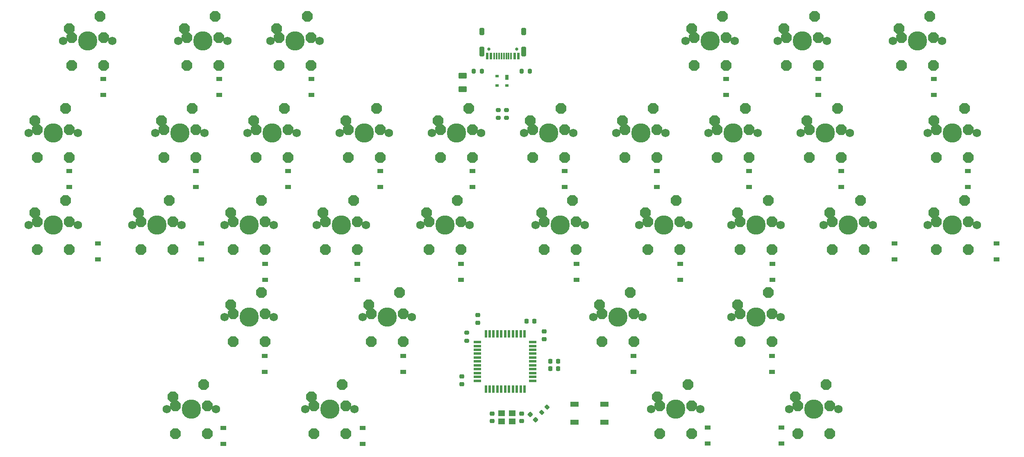
<source format=gbs>
G04 #@! TF.GenerationSoftware,KiCad,Pcbnew,(6.0.11-0)*
G04 #@! TF.CreationDate,2023-07-13T15:03:38+09:00*
G04 #@! TF.ProjectId,qfwfq,71667766-712e-46b6-9963-61645f706362,rev?*
G04 #@! TF.SameCoordinates,Original*
G04 #@! TF.FileFunction,Soldermask,Bot*
G04 #@! TF.FilePolarity,Negative*
%FSLAX46Y46*%
G04 Gerber Fmt 4.6, Leading zero omitted, Abs format (unit mm)*
G04 Created by KiCad (PCBNEW (6.0.11-0)) date 2023-07-13 15:03:38*
%MOMM*%
%LPD*%
G01*
G04 APERTURE LIST*
G04 Aperture macros list*
%AMRoundRect*
0 Rectangle with rounded corners*
0 $1 Rounding radius*
0 $2 $3 $4 $5 $6 $7 $8 $9 X,Y pos of 4 corners*
0 Add a 4 corners polygon primitive as box body*
4,1,4,$2,$3,$4,$5,$6,$7,$8,$9,$2,$3,0*
0 Add four circle primitives for the rounded corners*
1,1,$1+$1,$2,$3*
1,1,$1+$1,$4,$5*
1,1,$1+$1,$6,$7*
1,1,$1+$1,$8,$9*
0 Add four rect primitives between the rounded corners*
20,1,$1+$1,$2,$3,$4,$5,0*
20,1,$1+$1,$4,$5,$6,$7,0*
20,1,$1+$1,$6,$7,$8,$9,0*
20,1,$1+$1,$8,$9,$2,$3,0*%
%AMFreePoly0*
4,1,17,0.470280,1.085355,1.085355,0.470280,1.100000,0.434925,1.100000,-0.434925,1.085355,-0.470281,0.470280,-1.085355,0.434925,-1.100000,-0.434925,-1.100000,-0.470281,-1.085355,-1.085355,-0.470280,-1.100000,-0.434925,-1.100000,0.434925,-1.085355,0.470280,-0.470281,1.085355,-0.434925,1.100000,0.434925,1.100000,0.470280,1.085355,0.470280,1.085355,$1*%
%AMFreePoly1*
4,1,17,0.480635,1.110355,1.110356,0.480635,1.125000,0.445280,1.125000,-0.445280,1.110356,-0.480635,0.480635,-1.110355,0.445280,-1.125000,-0.445280,-1.125000,-0.480635,-1.110356,-1.110355,-0.480635,-1.125000,-0.445280,-1.125000,0.445280,-1.110355,0.480635,-0.480635,1.110356,-0.445280,1.125000,0.445280,1.125000,0.480635,1.110355,0.480635,1.110355,$1*%
%AMFreePoly2*
4,1,17,0.307538,0.785355,0.485355,0.607538,0.500000,0.572183,0.500000,-0.572183,0.485355,-0.607538,0.307538,-0.785355,0.272183,-0.800000,-0.272183,-0.800000,-0.307538,-0.785355,-0.485355,-0.607538,-0.500000,-0.572183,-0.500000,0.572183,-0.485355,0.607538,-0.307538,0.785355,-0.272183,0.800000,0.272183,0.800000,0.307538,0.785355,0.307538,0.785355,$1*%
%AMFreePoly3*
4,1,17,0.307538,1.035355,0.485355,0.857538,0.500000,0.822183,0.500000,-0.822183,0.485355,-0.857538,0.307538,-1.035355,0.272183,-1.050000,-0.272183,-1.050000,-0.307538,-1.035355,-0.485355,-0.857538,-0.500000,-0.822183,-0.500000,0.822183,-0.485355,0.857538,-0.307538,1.035355,-0.272183,1.050000,0.272183,1.050000,0.307538,1.035355,0.307538,1.035355,$1*%
G04 Aperture macros list end*
%ADD10C,1.750000*%
%ADD11C,3.987800*%
%ADD12FreePoly0,0.000000*%
%ADD13FreePoly1,0.000000*%
%ADD14C,0.650000*%
%ADD15R,0.600000X1.450000*%
%ADD16R,0.300000X1.450000*%
%ADD17FreePoly2,0.000000*%
%ADD18FreePoly3,0.000000*%
%ADD19R,1.500000X0.550000*%
%ADD20R,0.550000X1.500000*%
%ADD21RoundRect,0.200000X0.275000X-0.200000X0.275000X0.200000X-0.275000X0.200000X-0.275000X-0.200000X0*%
%ADD22RoundRect,0.200000X-0.275000X0.200000X-0.275000X-0.200000X0.275000X-0.200000X0.275000X0.200000X0*%
%ADD23RoundRect,0.200000X0.053033X-0.335876X0.335876X-0.053033X-0.053033X0.335876X-0.335876X0.053033X0*%
%ADD24R,0.700000X1.000000*%
%ADD25R,0.700000X0.600000*%
%ADD26R,1.800000X1.100000*%
%ADD27RoundRect,0.225000X-0.250000X0.225000X-0.250000X-0.225000X0.250000X-0.225000X0.250000X0.225000X0*%
%ADD28RoundRect,0.200000X0.200000X0.275000X-0.200000X0.275000X-0.200000X-0.275000X0.200000X-0.275000X0*%
%ADD29RoundRect,0.225000X0.250000X-0.225000X0.250000X0.225000X-0.250000X0.225000X-0.250000X-0.225000X0*%
%ADD30RoundRect,0.225000X-0.225000X-0.250000X0.225000X-0.250000X0.225000X0.250000X-0.225000X0.250000X0*%
%ADD31RoundRect,0.200000X-0.200000X-0.275000X0.200000X-0.275000X0.200000X0.275000X-0.200000X0.275000X0*%
%ADD32RoundRect,0.225000X-0.335876X-0.017678X-0.017678X-0.335876X0.335876X0.017678X0.017678X0.335876X0*%
%ADD33R,1.400000X1.200000*%
%ADD34RoundRect,0.250000X0.625000X-0.375000X0.625000X0.375000X-0.625000X0.375000X-0.625000X-0.375000X0*%
%ADD35R,1.200000X0.900000*%
G04 APERTURE END LIST*
D10*
X97949000Y-104775000D03*
X87789000Y-104775000D03*
D11*
X92869000Y-104775000D03*
D12*
X89569000Y-104135000D03*
X89569000Y-109855000D03*
D13*
X89059000Y-102235000D03*
X95409000Y-99695000D03*
D12*
X96169000Y-104135000D03*
X96169000Y-109855000D03*
D10*
X175895000Y-66675000D03*
D11*
X180975000Y-66675000D03*
D10*
X186055000Y-66675000D03*
D12*
X177675000Y-71755000D03*
X177675000Y-66035000D03*
D13*
X177165000Y-64135000D03*
D12*
X184275000Y-71755000D03*
D13*
X183515000Y-61595000D03*
D12*
X184275000Y-66035000D03*
D10*
X157480000Y-85725000D03*
X147320000Y-85725000D03*
D11*
X152400000Y-85725000D03*
D13*
X148590000Y-83185000D03*
D12*
X149100000Y-85085000D03*
X149100000Y-90805000D03*
X155700000Y-85085000D03*
X155700000Y-90805000D03*
D13*
X154940000Y-80645000D03*
D11*
X221456250Y-66675000D03*
D10*
X226536250Y-66675000D03*
X216376250Y-66675000D03*
D12*
X218156250Y-66035000D03*
X218156250Y-71755000D03*
D13*
X217646250Y-64135000D03*
D12*
X224756250Y-66035000D03*
D13*
X223996250Y-61595000D03*
D12*
X224756250Y-71755000D03*
D10*
X71755000Y-28575000D03*
X61595000Y-28575000D03*
D11*
X66675000Y-28575000D03*
D12*
X63375000Y-33655000D03*
D13*
X62865000Y-26035000D03*
D12*
X63375000Y-27935000D03*
D13*
X69215000Y-23495000D03*
D12*
X69975000Y-33655000D03*
X69975000Y-27935000D03*
D11*
X164306000Y-104775000D03*
D10*
X169386000Y-104775000D03*
X159226000Y-104775000D03*
D13*
X160496000Y-102235000D03*
D12*
X161006000Y-104135000D03*
X161006000Y-109855000D03*
D13*
X166846000Y-99695000D03*
D12*
X167606000Y-104135000D03*
X167606000Y-109855000D03*
D11*
X221456250Y-47625000D03*
D10*
X216376250Y-47625000D03*
X226536250Y-47625000D03*
D12*
X218156250Y-46985000D03*
X218156250Y-52705000D03*
D13*
X217646250Y-45085000D03*
D12*
X224756250Y-52705000D03*
D13*
X223996250Y-42545000D03*
D12*
X224756250Y-46985000D03*
D11*
X76200000Y-85725000D03*
D10*
X71120000Y-85725000D03*
X81280000Y-85725000D03*
D13*
X72390000Y-83185000D03*
D12*
X72900000Y-85085000D03*
X72900000Y-90805000D03*
D13*
X78740000Y-80645000D03*
D12*
X79500000Y-85085000D03*
X79500000Y-90805000D03*
D10*
X40798750Y-47625000D03*
D11*
X35718750Y-47625000D03*
D10*
X30638750Y-47625000D03*
D12*
X32418750Y-52705000D03*
X32418750Y-46985000D03*
D13*
X31908750Y-45085000D03*
D12*
X39018750Y-46985000D03*
D13*
X38258750Y-42545000D03*
D12*
X39018750Y-52705000D03*
D11*
X157162500Y-47625000D03*
D10*
X162242500Y-47625000D03*
X152082500Y-47625000D03*
D12*
X153862500Y-52705000D03*
X153862500Y-46985000D03*
D13*
X153352500Y-45085000D03*
D12*
X160462500Y-52705000D03*
X160462500Y-46985000D03*
D13*
X159702500Y-42545000D03*
D10*
X186055000Y-85725000D03*
D11*
X180975000Y-85725000D03*
D10*
X175895000Y-85725000D03*
D13*
X177165000Y-83185000D03*
D12*
X177675000Y-90805000D03*
X177675000Y-85085000D03*
X184275000Y-90805000D03*
D13*
X183515000Y-80645000D03*
D12*
X184275000Y-85085000D03*
D11*
X200025000Y-66675000D03*
D10*
X205105000Y-66675000D03*
X194945000Y-66675000D03*
D13*
X196215000Y-64135000D03*
D12*
X196725000Y-66035000D03*
X196725000Y-71755000D03*
X203325000Y-71755000D03*
D13*
X202565000Y-61595000D03*
D12*
X203325000Y-66035000D03*
D11*
X85725000Y-28575000D03*
D10*
X80645000Y-28575000D03*
X90805000Y-28575000D03*
D12*
X82425000Y-33655000D03*
X82425000Y-27935000D03*
D13*
X81915000Y-26035000D03*
X88265000Y-23495000D03*
D12*
X89025000Y-27935000D03*
X89025000Y-33655000D03*
D11*
X57150000Y-66675000D03*
D10*
X62230000Y-66675000D03*
X52070000Y-66675000D03*
D12*
X53850000Y-71755000D03*
X53850000Y-66035000D03*
D13*
X53340000Y-64135000D03*
X59690000Y-61595000D03*
D12*
X60450000Y-66035000D03*
X60450000Y-71755000D03*
D10*
X105092500Y-47625000D03*
X94932500Y-47625000D03*
D11*
X100012500Y-47625000D03*
D12*
X96712500Y-52705000D03*
X96712500Y-46985000D03*
D13*
X96202500Y-45085000D03*
D12*
X103312500Y-52705000D03*
D13*
X102552500Y-42545000D03*
D12*
X103312500Y-46985000D03*
D10*
X171132500Y-47625000D03*
X181292500Y-47625000D03*
D11*
X176212500Y-47625000D03*
D13*
X172402500Y-45085000D03*
D12*
X172912500Y-52705000D03*
X172912500Y-46985000D03*
X179512500Y-46985000D03*
X179512500Y-52705000D03*
D13*
X178752500Y-42545000D03*
D10*
X99695000Y-85725000D03*
X109855000Y-85725000D03*
D11*
X104775000Y-85725000D03*
D12*
X101475000Y-85085000D03*
D13*
X100965000Y-83185000D03*
D12*
X101475000Y-90805000D03*
D13*
X107315000Y-80645000D03*
D12*
X108075000Y-90805000D03*
X108075000Y-85085000D03*
D10*
X37782500Y-28575000D03*
D11*
X42862500Y-28575000D03*
D10*
X47942500Y-28575000D03*
D12*
X39562500Y-27935000D03*
D13*
X39052500Y-26035000D03*
D12*
X39562500Y-33655000D03*
D13*
X45402500Y-23495000D03*
D12*
X46162500Y-27935000D03*
X46162500Y-33655000D03*
D10*
X200342500Y-47625000D03*
D11*
X195262500Y-47625000D03*
D10*
X190182500Y-47625000D03*
D13*
X191452500Y-45085000D03*
D12*
X191962500Y-46985000D03*
X191962500Y-52705000D03*
D13*
X197802500Y-42545000D03*
D12*
X198562500Y-46985000D03*
X198562500Y-52705000D03*
D10*
X71120000Y-66675000D03*
X81280000Y-66675000D03*
D11*
X76200000Y-66675000D03*
D12*
X72900000Y-66035000D03*
D13*
X72390000Y-64135000D03*
D12*
X72900000Y-71755000D03*
D13*
X78740000Y-61595000D03*
D12*
X79500000Y-66035000D03*
X79500000Y-71755000D03*
D10*
X166370000Y-28575000D03*
D11*
X171450000Y-28575000D03*
D10*
X176530000Y-28575000D03*
D12*
X168150000Y-33655000D03*
X168150000Y-27935000D03*
D13*
X167640000Y-26035000D03*
X173990000Y-23495000D03*
D12*
X174750000Y-33655000D03*
X174750000Y-27935000D03*
D10*
X195580000Y-28575000D03*
D11*
X190500000Y-28575000D03*
D10*
X185420000Y-28575000D03*
D12*
X187200000Y-27935000D03*
D13*
X186690000Y-26035000D03*
D12*
X187200000Y-33655000D03*
D13*
X193040000Y-23495000D03*
D12*
X193800000Y-27935000D03*
X193800000Y-33655000D03*
D10*
X167005000Y-66675000D03*
D11*
X161925000Y-66675000D03*
D10*
X156845000Y-66675000D03*
D12*
X158625000Y-71755000D03*
X158625000Y-66035000D03*
D13*
X158115000Y-64135000D03*
D12*
X165225000Y-66035000D03*
D13*
X164465000Y-61595000D03*
D12*
X165225000Y-71755000D03*
D10*
X30638750Y-66675000D03*
X40798750Y-66675000D03*
D11*
X35718750Y-66675000D03*
D12*
X32418750Y-71755000D03*
X32418750Y-66035000D03*
D13*
X31908750Y-64135000D03*
D12*
X39018750Y-71755000D03*
D13*
X38258750Y-61595000D03*
D12*
X39018750Y-66035000D03*
D10*
X187801000Y-104775000D03*
D11*
X192881000Y-104775000D03*
D10*
X197961000Y-104775000D03*
D13*
X189071000Y-102235000D03*
D12*
X189581000Y-109855000D03*
X189581000Y-104135000D03*
D13*
X195421000Y-99695000D03*
D12*
X196181000Y-104135000D03*
X196181000Y-109855000D03*
D10*
X209232500Y-28575000D03*
X219392500Y-28575000D03*
D11*
X214312500Y-28575000D03*
D13*
X210502500Y-26035000D03*
D12*
X211012500Y-33655000D03*
X211012500Y-27935000D03*
X217612500Y-27935000D03*
X217612500Y-33655000D03*
D13*
X216852500Y-23495000D03*
D10*
X56832500Y-47625000D03*
D11*
X61912500Y-47625000D03*
D10*
X66992500Y-47625000D03*
D12*
X58612500Y-46985000D03*
D13*
X58102500Y-45085000D03*
D12*
X58612500Y-52705000D03*
X65212500Y-52705000D03*
D13*
X64452500Y-42545000D03*
D12*
X65212500Y-46985000D03*
D10*
X145573750Y-66675000D03*
X135413750Y-66675000D03*
D11*
X140493750Y-66675000D03*
D12*
X137193750Y-66035000D03*
D13*
X136683750Y-64135000D03*
D12*
X137193750Y-71755000D03*
X143793750Y-66035000D03*
D13*
X143033750Y-61595000D03*
D12*
X143793750Y-71755000D03*
D11*
X116681250Y-66675000D03*
D10*
X121761250Y-66675000D03*
X111601250Y-66675000D03*
D12*
X113381250Y-71755000D03*
X113381250Y-66035000D03*
D13*
X112871250Y-64135000D03*
D12*
X119981250Y-71755000D03*
D13*
X119221250Y-61595000D03*
D12*
X119981250Y-66035000D03*
D10*
X69374000Y-104775000D03*
D11*
X64294000Y-104775000D03*
D10*
X59214000Y-104775000D03*
D12*
X60994000Y-104135000D03*
D13*
X60484000Y-102235000D03*
D12*
X60994000Y-109855000D03*
X67594000Y-104135000D03*
X67594000Y-109855000D03*
D13*
X66834000Y-99695000D03*
D10*
X133032500Y-47625000D03*
X143192500Y-47625000D03*
D11*
X138112500Y-47625000D03*
D12*
X134812500Y-46985000D03*
D13*
X134302500Y-45085000D03*
D12*
X134812500Y-52705000D03*
X141412500Y-52705000D03*
X141412500Y-46985000D03*
D13*
X140652500Y-42545000D03*
D10*
X75882500Y-47625000D03*
X86042500Y-47625000D03*
D11*
X80962500Y-47625000D03*
D12*
X77662500Y-46985000D03*
D13*
X77152500Y-45085000D03*
D12*
X77662500Y-52705000D03*
X84262500Y-46985000D03*
X84262500Y-52705000D03*
D13*
X83502500Y-42545000D03*
D10*
X113982500Y-47625000D03*
X124142500Y-47625000D03*
D11*
X119062500Y-47625000D03*
D12*
X115762500Y-46985000D03*
D13*
X115252500Y-45085000D03*
D12*
X115762500Y-52705000D03*
X122362500Y-46985000D03*
X122362500Y-52705000D03*
D13*
X121602500Y-42545000D03*
D10*
X100330000Y-66675000D03*
X90170000Y-66675000D03*
D11*
X95250000Y-66675000D03*
D12*
X91950000Y-71755000D03*
D13*
X91440000Y-64135000D03*
D12*
X91950000Y-66035000D03*
D13*
X97790000Y-61595000D03*
D12*
X98550000Y-66035000D03*
X98550000Y-71755000D03*
D14*
X131477500Y-30267500D03*
X125697500Y-30267500D03*
D15*
X125362500Y-31712500D03*
X126137500Y-31712500D03*
D16*
X126837500Y-31712500D03*
X127337500Y-31712500D03*
X127837500Y-31712500D03*
X128337500Y-31712500D03*
X128837500Y-31712500D03*
X129337500Y-31712500D03*
X129837500Y-31712500D03*
X130337500Y-31712500D03*
D15*
X131037500Y-31712500D03*
X131812500Y-31712500D03*
D17*
X132907500Y-26617500D03*
D18*
X124267500Y-30797500D03*
X132907500Y-30797500D03*
D17*
X124267500Y-26617500D03*
D19*
X134800000Y-90900000D03*
X134800000Y-91700000D03*
X134800000Y-92500000D03*
X134800000Y-93300000D03*
X134800000Y-94100000D03*
X134800000Y-94900000D03*
X134800000Y-95700000D03*
X134800000Y-96500000D03*
X134800000Y-97300000D03*
X134800000Y-98100000D03*
X134800000Y-98900000D03*
D20*
X133100000Y-100600000D03*
X132300000Y-100600000D03*
X131500000Y-100600000D03*
X130700000Y-100600000D03*
X129900000Y-100600000D03*
X129100000Y-100600000D03*
X128300000Y-100600000D03*
X127500000Y-100600000D03*
X126700000Y-100600000D03*
X125900000Y-100600000D03*
X125100000Y-100600000D03*
D19*
X123400000Y-98900000D03*
X123400000Y-98100000D03*
X123400000Y-97300000D03*
X123400000Y-96500000D03*
X123400000Y-95700000D03*
X123400000Y-94900000D03*
X123400000Y-94100000D03*
X123400000Y-93300000D03*
X123400000Y-92500000D03*
X123400000Y-91700000D03*
X123400000Y-90900000D03*
D20*
X125100000Y-89200000D03*
X125900000Y-89200000D03*
X126700000Y-89200000D03*
X127500000Y-89200000D03*
X128300000Y-89200000D03*
X129100000Y-89200000D03*
X129900000Y-89200000D03*
X130700000Y-89200000D03*
X131500000Y-89200000D03*
X132300000Y-89200000D03*
X133100000Y-89200000D03*
D21*
X129336000Y-44509228D03*
X129336000Y-42859228D03*
D22*
X121180000Y-88945000D03*
X121180000Y-90595000D03*
D23*
X136616637Y-105483363D03*
X137783363Y-104316637D03*
D24*
X129460000Y-36084228D03*
D25*
X129460000Y-37784228D03*
X127460000Y-37784228D03*
X127460000Y-35884228D03*
D21*
X127685000Y-44509228D03*
X127685000Y-42859228D03*
D26*
X149600000Y-103775000D03*
X143400000Y-107475000D03*
X149600000Y-107475000D03*
X143400000Y-103775000D03*
D27*
X126384999Y-105722002D03*
X126384999Y-107272002D03*
D28*
X134161000Y-34841728D03*
X132511000Y-34841728D03*
D29*
X137200000Y-90275000D03*
X137200000Y-88725000D03*
D30*
X138475000Y-94900000D03*
X140025000Y-94900000D03*
D31*
X122605000Y-34841728D03*
X124255000Y-34841728D03*
D32*
X134291992Y-105881992D03*
X135388008Y-106978008D03*
D29*
X132481000Y-107272001D03*
X132481000Y-105722001D03*
D30*
X133551250Y-86540000D03*
X135101250Y-86540000D03*
X138475000Y-96400000D03*
X140025000Y-96400000D03*
D27*
X120142000Y-98031000D03*
X120142000Y-99581000D03*
D29*
X123444000Y-86881000D03*
X123444000Y-85331000D03*
D33*
X128333000Y-105647000D03*
X130533000Y-105647000D03*
X130533000Y-107347000D03*
X128333000Y-107347000D03*
D34*
X120280000Y-38540000D03*
X120280000Y-35740000D03*
D35*
X184300000Y-78050000D03*
X184300000Y-74750000D03*
X119981250Y-78050000D03*
X119981250Y-74750000D03*
X108025000Y-97100000D03*
X108025000Y-93800000D03*
X165250000Y-78050000D03*
X165250000Y-74750000D03*
X103300000Y-58800000D03*
X103300000Y-55500000D03*
X122350000Y-58800000D03*
X122350000Y-55500000D03*
X39050000Y-58800000D03*
X39050000Y-55500000D03*
X209540000Y-73780000D03*
X209540000Y-70480000D03*
X84250000Y-58800000D03*
X84250000Y-55500000D03*
X65200000Y-58800000D03*
X65200000Y-55500000D03*
X193837500Y-39750000D03*
X193837500Y-36450000D03*
X160450000Y-58800000D03*
X160450000Y-55500000D03*
X184225000Y-97100000D03*
X184225000Y-93800000D03*
X174787500Y-39750000D03*
X174787500Y-36450000D03*
X44958000Y-73786000D03*
X44958000Y-70486000D03*
X155650000Y-97100000D03*
X155650000Y-93800000D03*
X179500000Y-58800000D03*
X179500000Y-55500000D03*
X198550000Y-58800000D03*
X198550000Y-55500000D03*
X70050000Y-39750000D03*
X70050000Y-36450000D03*
X79450000Y-97100000D03*
X79450000Y-93800000D03*
X99690000Y-111980000D03*
X99690000Y-108680000D03*
X98550000Y-78050000D03*
X98550000Y-74750000D03*
X224743750Y-58800000D03*
X224743750Y-55500000D03*
X70860000Y-111980000D03*
X70860000Y-108680000D03*
X170942000Y-111886000D03*
X170942000Y-108586000D03*
X141400000Y-58800000D03*
X141400000Y-55500000D03*
X79500000Y-78050000D03*
X79500000Y-74750000D03*
X186182000Y-111886000D03*
X186182000Y-108586000D03*
X89050000Y-39750000D03*
X89050000Y-36450000D03*
X46037500Y-39750000D03*
X46037500Y-36450000D03*
X217650000Y-39750000D03*
X217650000Y-36450000D03*
X66294000Y-73786000D03*
X66294000Y-70486000D03*
X143818750Y-78050000D03*
X143818750Y-74750000D03*
X230660000Y-73780000D03*
X230660000Y-70480000D03*
M02*

</source>
